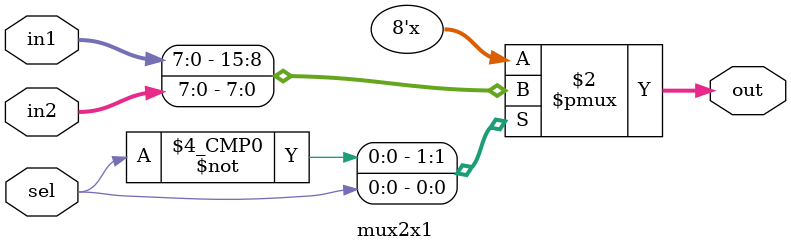
<source format=sv>
module mux2x1
(
	input  logic       sel,
	input  logic [7:0] in1, 
	input  logic [7:0] in2, 
	output logic [7:0] out
);

    always_comb
    begin
        case(sel)
            1'b0: out = in1;
            1'b1: out = in2;
        endcase
    end

endmodule
</source>
